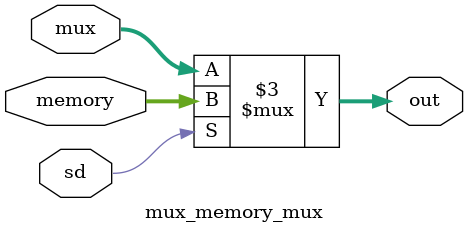
<source format=sv>
`timescale 1ns / 1ps

module mux_memory_mux(
    input  [7:0] mux,           // ALU output
    input  [7:0] memory,        // Memory value
    input sd,                  // Selector for output
    output reg [7:0] out       // Output of the mux
);

    always @(*) begin
        if (sd)
            out = memory;      // Select memory value
        else
            out = mux;         // Select ALU output
    end

endmodule

</source>
